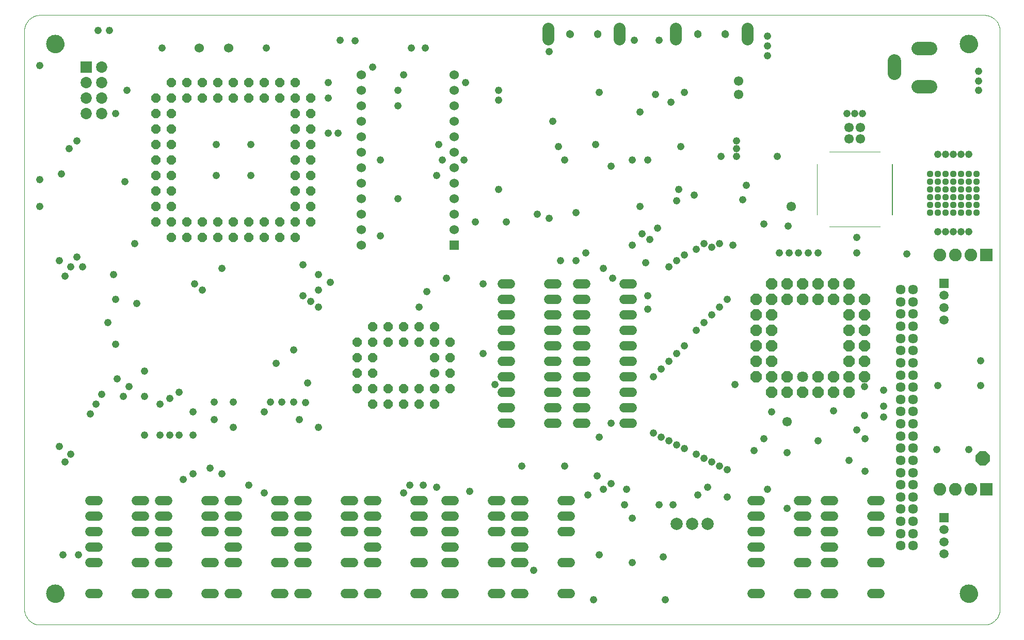
<source format=gbs>
G75*
%MOIN*%
%OFA0B0*%
%FSLAX24Y24*%
%IPPOS*%
%LPD*%
%AMOC8*
5,1,8,0,0,1.08239X$1,22.5*
%
%ADD10C,0.0000*%
%ADD11C,0.1182*%
%ADD12OC8,0.0600*%
%ADD13C,0.0600*%
%ADD14R,0.0600X0.0600*%
%ADD15C,0.0600*%
%ADD16C,0.0880*%
%ADD17R,0.0595X0.0595*%
%ADD18C,0.0595*%
%ADD19C,0.0789*%
%ADD20C,0.0710*%
%ADD21OC8,0.0710*%
%ADD22C,0.0780*%
%ADD23C,0.0513*%
%ADD24C,0.0395*%
%ADD25R,0.0820X0.0820*%
%ADD26C,0.0820*%
%ADD27C,0.0634*%
%ADD28OC8,0.0930*%
%ADD29C,0.0080*%
%ADD30R,0.0730X0.0730*%
%ADD31C,0.0730*%
%ADD32C,0.0476*%
%ADD33C,0.0437*%
%ADD34C,0.0611*%
D10*
X000350Y001350D02*
X000350Y038720D01*
X000352Y038780D01*
X000357Y038841D01*
X000366Y038900D01*
X000379Y038959D01*
X000395Y039018D01*
X000415Y039075D01*
X000438Y039130D01*
X000465Y039185D01*
X000494Y039237D01*
X000527Y039288D01*
X000563Y039337D01*
X000601Y039383D01*
X000643Y039427D01*
X000687Y039469D01*
X000733Y039507D01*
X000782Y039543D01*
X000833Y039576D01*
X000885Y039605D01*
X000940Y039632D01*
X000995Y039655D01*
X001052Y039675D01*
X001111Y039691D01*
X001170Y039704D01*
X001229Y039713D01*
X001290Y039718D01*
X001350Y039720D01*
X062342Y039720D01*
X062402Y039718D01*
X062463Y039713D01*
X062522Y039704D01*
X062581Y039691D01*
X062640Y039675D01*
X062697Y039655D01*
X062752Y039632D01*
X062807Y039605D01*
X062859Y039576D01*
X062910Y039543D01*
X062959Y039507D01*
X063005Y039469D01*
X063049Y039427D01*
X063091Y039383D01*
X063129Y039337D01*
X063165Y039288D01*
X063198Y039237D01*
X063227Y039185D01*
X063254Y039130D01*
X063277Y039075D01*
X063297Y039018D01*
X063313Y038959D01*
X063326Y038900D01*
X063335Y038841D01*
X063340Y038780D01*
X063342Y038720D01*
X063342Y001350D01*
X063340Y001290D01*
X063335Y001229D01*
X063326Y001170D01*
X063313Y001111D01*
X063297Y001052D01*
X063277Y000995D01*
X063254Y000940D01*
X063227Y000885D01*
X063198Y000833D01*
X063165Y000782D01*
X063129Y000733D01*
X063091Y000687D01*
X063049Y000643D01*
X063005Y000601D01*
X062959Y000563D01*
X062910Y000527D01*
X062859Y000494D01*
X062807Y000465D01*
X062752Y000438D01*
X062697Y000415D01*
X062640Y000395D01*
X062581Y000379D01*
X062522Y000366D01*
X062463Y000357D01*
X062402Y000352D01*
X062342Y000350D01*
X001350Y000350D01*
X001290Y000352D01*
X001229Y000357D01*
X001170Y000366D01*
X001111Y000379D01*
X001052Y000395D01*
X000995Y000415D01*
X000940Y000438D01*
X000885Y000465D01*
X000833Y000494D01*
X000782Y000527D01*
X000733Y000563D01*
X000687Y000601D01*
X000643Y000643D01*
X000601Y000687D01*
X000563Y000733D01*
X000527Y000782D01*
X000494Y000833D01*
X000465Y000885D01*
X000438Y000940D01*
X000415Y000995D01*
X000395Y001052D01*
X000379Y001111D01*
X000366Y001170D01*
X000357Y001229D01*
X000352Y001290D01*
X000350Y001350D01*
X001799Y002350D02*
X001801Y002397D01*
X001807Y002443D01*
X001817Y002489D01*
X001830Y002534D01*
X001848Y002577D01*
X001869Y002619D01*
X001893Y002659D01*
X001921Y002696D01*
X001952Y002731D01*
X001986Y002764D01*
X002022Y002793D01*
X002061Y002819D01*
X002102Y002842D01*
X002145Y002861D01*
X002189Y002877D01*
X002234Y002889D01*
X002280Y002897D01*
X002327Y002901D01*
X002373Y002901D01*
X002420Y002897D01*
X002466Y002889D01*
X002511Y002877D01*
X002555Y002861D01*
X002598Y002842D01*
X002639Y002819D01*
X002678Y002793D01*
X002714Y002764D01*
X002748Y002731D01*
X002779Y002696D01*
X002807Y002659D01*
X002831Y002619D01*
X002852Y002577D01*
X002870Y002534D01*
X002883Y002489D01*
X002893Y002443D01*
X002899Y002397D01*
X002901Y002350D01*
X002899Y002303D01*
X002893Y002257D01*
X002883Y002211D01*
X002870Y002166D01*
X002852Y002123D01*
X002831Y002081D01*
X002807Y002041D01*
X002779Y002004D01*
X002748Y001969D01*
X002714Y001936D01*
X002678Y001907D01*
X002639Y001881D01*
X002598Y001858D01*
X002555Y001839D01*
X002511Y001823D01*
X002466Y001811D01*
X002420Y001803D01*
X002373Y001799D01*
X002327Y001799D01*
X002280Y001803D01*
X002234Y001811D01*
X002189Y001823D01*
X002145Y001839D01*
X002102Y001858D01*
X002061Y001881D01*
X002022Y001907D01*
X001986Y001936D01*
X001952Y001969D01*
X001921Y002004D01*
X001893Y002041D01*
X001869Y002081D01*
X001848Y002123D01*
X001830Y002166D01*
X001817Y002211D01*
X001807Y002257D01*
X001801Y002303D01*
X001799Y002350D01*
X001799Y037850D02*
X001801Y037897D01*
X001807Y037943D01*
X001817Y037989D01*
X001830Y038034D01*
X001848Y038077D01*
X001869Y038119D01*
X001893Y038159D01*
X001921Y038196D01*
X001952Y038231D01*
X001986Y038264D01*
X002022Y038293D01*
X002061Y038319D01*
X002102Y038342D01*
X002145Y038361D01*
X002189Y038377D01*
X002234Y038389D01*
X002280Y038397D01*
X002327Y038401D01*
X002373Y038401D01*
X002420Y038397D01*
X002466Y038389D01*
X002511Y038377D01*
X002555Y038361D01*
X002598Y038342D01*
X002639Y038319D01*
X002678Y038293D01*
X002714Y038264D01*
X002748Y038231D01*
X002779Y038196D01*
X002807Y038159D01*
X002831Y038119D01*
X002852Y038077D01*
X002870Y038034D01*
X002883Y037989D01*
X002893Y037943D01*
X002899Y037897D01*
X002901Y037850D01*
X002899Y037803D01*
X002893Y037757D01*
X002883Y037711D01*
X002870Y037666D01*
X002852Y037623D01*
X002831Y037581D01*
X002807Y037541D01*
X002779Y037504D01*
X002748Y037469D01*
X002714Y037436D01*
X002678Y037407D01*
X002639Y037381D01*
X002598Y037358D01*
X002555Y037339D01*
X002511Y037323D01*
X002466Y037311D01*
X002420Y037303D01*
X002373Y037299D01*
X002327Y037299D01*
X002280Y037303D01*
X002234Y037311D01*
X002189Y037323D01*
X002145Y037339D01*
X002102Y037358D01*
X002061Y037381D01*
X002022Y037407D01*
X001986Y037436D01*
X001952Y037469D01*
X001921Y037504D01*
X001893Y037541D01*
X001869Y037581D01*
X001848Y037623D01*
X001830Y037666D01*
X001817Y037711D01*
X001807Y037757D01*
X001801Y037803D01*
X001799Y037850D01*
X034015Y038209D02*
X034017Y038234D01*
X034023Y038258D01*
X034032Y038280D01*
X034045Y038301D01*
X034061Y038320D01*
X034080Y038336D01*
X034101Y038349D01*
X034123Y038358D01*
X034147Y038364D01*
X034172Y038366D01*
X034197Y038364D01*
X034221Y038358D01*
X034243Y038349D01*
X034264Y038336D01*
X034283Y038320D01*
X034299Y038301D01*
X034312Y038280D01*
X034321Y038258D01*
X034327Y038234D01*
X034329Y038209D01*
X034327Y038184D01*
X034321Y038160D01*
X034312Y038138D01*
X034299Y038117D01*
X034283Y038098D01*
X034264Y038082D01*
X034243Y038069D01*
X034221Y038060D01*
X034197Y038054D01*
X034172Y038052D01*
X034147Y038054D01*
X034123Y038060D01*
X034101Y038069D01*
X034080Y038082D01*
X034061Y038098D01*
X034045Y038117D01*
X034032Y038138D01*
X034023Y038160D01*
X034017Y038184D01*
X034015Y038209D01*
X034015Y038367D02*
X034017Y038392D01*
X034023Y038416D01*
X034032Y038438D01*
X034045Y038459D01*
X034061Y038478D01*
X034080Y038494D01*
X034101Y038507D01*
X034123Y038516D01*
X034147Y038522D01*
X034172Y038524D01*
X034197Y038522D01*
X034221Y038516D01*
X034243Y038507D01*
X034264Y038494D01*
X034283Y038478D01*
X034299Y038459D01*
X034312Y038438D01*
X034321Y038416D01*
X034327Y038392D01*
X034329Y038367D01*
X034327Y038342D01*
X034321Y038318D01*
X034312Y038296D01*
X034299Y038275D01*
X034283Y038256D01*
X034264Y038240D01*
X034243Y038227D01*
X034221Y038218D01*
X034197Y038212D01*
X034172Y038210D01*
X034147Y038212D01*
X034123Y038218D01*
X034101Y038227D01*
X034080Y038240D01*
X034061Y038256D01*
X034045Y038275D01*
X034032Y038296D01*
X034023Y038318D01*
X034017Y038342D01*
X034015Y038367D01*
X034015Y038682D02*
X034017Y038707D01*
X034023Y038731D01*
X034032Y038753D01*
X034045Y038774D01*
X034061Y038793D01*
X034080Y038809D01*
X034101Y038822D01*
X034123Y038831D01*
X034147Y038837D01*
X034172Y038839D01*
X034197Y038837D01*
X034221Y038831D01*
X034243Y038822D01*
X034264Y038809D01*
X034283Y038793D01*
X034299Y038774D01*
X034312Y038753D01*
X034321Y038731D01*
X034327Y038707D01*
X034329Y038682D01*
X034327Y038657D01*
X034321Y038633D01*
X034312Y038611D01*
X034299Y038590D01*
X034283Y038571D01*
X034264Y038555D01*
X034243Y038542D01*
X034221Y038533D01*
X034197Y038527D01*
X034172Y038525D01*
X034147Y038527D01*
X034123Y038533D01*
X034101Y038542D01*
X034080Y038555D01*
X034061Y038571D01*
X034045Y038590D01*
X034032Y038611D01*
X034023Y038633D01*
X034017Y038657D01*
X034015Y038682D01*
X034015Y038839D02*
X034017Y038864D01*
X034023Y038888D01*
X034032Y038910D01*
X034045Y038931D01*
X034061Y038950D01*
X034080Y038966D01*
X034101Y038979D01*
X034123Y038988D01*
X034147Y038994D01*
X034172Y038996D01*
X034197Y038994D01*
X034221Y038988D01*
X034243Y038979D01*
X034264Y038966D01*
X034283Y038950D01*
X034299Y038931D01*
X034312Y038910D01*
X034321Y038888D01*
X034327Y038864D01*
X034329Y038839D01*
X034327Y038814D01*
X034321Y038790D01*
X034312Y038768D01*
X034299Y038747D01*
X034283Y038728D01*
X034264Y038712D01*
X034243Y038699D01*
X034221Y038690D01*
X034197Y038684D01*
X034172Y038682D01*
X034147Y038684D01*
X034123Y038690D01*
X034101Y038699D01*
X034080Y038712D01*
X034061Y038728D01*
X034045Y038747D01*
X034032Y038768D01*
X034023Y038790D01*
X034017Y038814D01*
X034015Y038839D01*
X035372Y038497D02*
X035374Y038526D01*
X035380Y038554D01*
X035389Y038582D01*
X035402Y038608D01*
X035419Y038631D01*
X035438Y038653D01*
X035460Y038672D01*
X035485Y038687D01*
X035511Y038700D01*
X035539Y038708D01*
X035567Y038713D01*
X035596Y038714D01*
X035625Y038711D01*
X035653Y038704D01*
X035680Y038694D01*
X035706Y038680D01*
X035729Y038663D01*
X035750Y038643D01*
X035768Y038620D01*
X035783Y038595D01*
X035794Y038568D01*
X035802Y038540D01*
X035806Y038511D01*
X035806Y038483D01*
X035802Y038454D01*
X035794Y038426D01*
X035783Y038399D01*
X035768Y038374D01*
X035750Y038351D01*
X035729Y038331D01*
X035706Y038314D01*
X035680Y038300D01*
X035653Y038290D01*
X035625Y038283D01*
X035596Y038280D01*
X035567Y038281D01*
X035539Y038286D01*
X035511Y038294D01*
X035485Y038307D01*
X035460Y038322D01*
X035438Y038341D01*
X035419Y038363D01*
X035402Y038386D01*
X035389Y038412D01*
X035380Y038440D01*
X035374Y038468D01*
X035372Y038497D01*
X037144Y038497D02*
X037146Y038526D01*
X037152Y038554D01*
X037161Y038582D01*
X037174Y038608D01*
X037191Y038631D01*
X037210Y038653D01*
X037232Y038672D01*
X037257Y038687D01*
X037283Y038700D01*
X037311Y038708D01*
X037339Y038713D01*
X037368Y038714D01*
X037397Y038711D01*
X037425Y038704D01*
X037452Y038694D01*
X037478Y038680D01*
X037501Y038663D01*
X037522Y038643D01*
X037540Y038620D01*
X037555Y038595D01*
X037566Y038568D01*
X037574Y038540D01*
X037578Y038511D01*
X037578Y038483D01*
X037574Y038454D01*
X037566Y038426D01*
X037555Y038399D01*
X037540Y038374D01*
X037522Y038351D01*
X037501Y038331D01*
X037478Y038314D01*
X037452Y038300D01*
X037425Y038290D01*
X037397Y038283D01*
X037368Y038280D01*
X037339Y038281D01*
X037311Y038286D01*
X037283Y038294D01*
X037257Y038307D01*
X037232Y038322D01*
X037210Y038341D01*
X037191Y038363D01*
X037174Y038386D01*
X037161Y038412D01*
X037152Y038440D01*
X037146Y038468D01*
X037144Y038497D01*
X038621Y038367D02*
X038623Y038392D01*
X038629Y038416D01*
X038638Y038438D01*
X038651Y038459D01*
X038667Y038478D01*
X038686Y038494D01*
X038707Y038507D01*
X038729Y038516D01*
X038753Y038522D01*
X038778Y038524D01*
X038803Y038522D01*
X038827Y038516D01*
X038849Y038507D01*
X038870Y038494D01*
X038889Y038478D01*
X038905Y038459D01*
X038918Y038438D01*
X038927Y038416D01*
X038933Y038392D01*
X038935Y038367D01*
X038933Y038342D01*
X038927Y038318D01*
X038918Y038296D01*
X038905Y038275D01*
X038889Y038256D01*
X038870Y038240D01*
X038849Y038227D01*
X038827Y038218D01*
X038803Y038212D01*
X038778Y038210D01*
X038753Y038212D01*
X038729Y038218D01*
X038707Y038227D01*
X038686Y038240D01*
X038667Y038256D01*
X038651Y038275D01*
X038638Y038296D01*
X038629Y038318D01*
X038623Y038342D01*
X038621Y038367D01*
X038621Y038209D02*
X038623Y038234D01*
X038629Y038258D01*
X038638Y038280D01*
X038651Y038301D01*
X038667Y038320D01*
X038686Y038336D01*
X038707Y038349D01*
X038729Y038358D01*
X038753Y038364D01*
X038778Y038366D01*
X038803Y038364D01*
X038827Y038358D01*
X038849Y038349D01*
X038870Y038336D01*
X038889Y038320D01*
X038905Y038301D01*
X038918Y038280D01*
X038927Y038258D01*
X038933Y038234D01*
X038935Y038209D01*
X038933Y038184D01*
X038927Y038160D01*
X038918Y038138D01*
X038905Y038117D01*
X038889Y038098D01*
X038870Y038082D01*
X038849Y038069D01*
X038827Y038060D01*
X038803Y038054D01*
X038778Y038052D01*
X038753Y038054D01*
X038729Y038060D01*
X038707Y038069D01*
X038686Y038082D01*
X038667Y038098D01*
X038651Y038117D01*
X038638Y038138D01*
X038629Y038160D01*
X038623Y038184D01*
X038621Y038209D01*
X038621Y038682D02*
X038623Y038707D01*
X038629Y038731D01*
X038638Y038753D01*
X038651Y038774D01*
X038667Y038793D01*
X038686Y038809D01*
X038707Y038822D01*
X038729Y038831D01*
X038753Y038837D01*
X038778Y038839D01*
X038803Y038837D01*
X038827Y038831D01*
X038849Y038822D01*
X038870Y038809D01*
X038889Y038793D01*
X038905Y038774D01*
X038918Y038753D01*
X038927Y038731D01*
X038933Y038707D01*
X038935Y038682D01*
X038933Y038657D01*
X038927Y038633D01*
X038918Y038611D01*
X038905Y038590D01*
X038889Y038571D01*
X038870Y038555D01*
X038849Y038542D01*
X038827Y038533D01*
X038803Y038527D01*
X038778Y038525D01*
X038753Y038527D01*
X038729Y038533D01*
X038707Y038542D01*
X038686Y038555D01*
X038667Y038571D01*
X038651Y038590D01*
X038638Y038611D01*
X038629Y038633D01*
X038623Y038657D01*
X038621Y038682D01*
X038621Y038839D02*
X038623Y038864D01*
X038629Y038888D01*
X038638Y038910D01*
X038651Y038931D01*
X038667Y038950D01*
X038686Y038966D01*
X038707Y038979D01*
X038729Y038988D01*
X038753Y038994D01*
X038778Y038996D01*
X038803Y038994D01*
X038827Y038988D01*
X038849Y038979D01*
X038870Y038966D01*
X038889Y038950D01*
X038905Y038931D01*
X038918Y038910D01*
X038927Y038888D01*
X038933Y038864D01*
X038935Y038839D01*
X038933Y038814D01*
X038927Y038790D01*
X038918Y038768D01*
X038905Y038747D01*
X038889Y038728D01*
X038870Y038712D01*
X038849Y038699D01*
X038827Y038690D01*
X038803Y038684D01*
X038778Y038682D01*
X038753Y038684D01*
X038729Y038690D01*
X038707Y038699D01*
X038686Y038712D01*
X038667Y038728D01*
X038651Y038747D01*
X038638Y038768D01*
X038629Y038790D01*
X038623Y038814D01*
X038621Y038839D01*
X042265Y038839D02*
X042267Y038864D01*
X042273Y038888D01*
X042282Y038910D01*
X042295Y038931D01*
X042311Y038950D01*
X042330Y038966D01*
X042351Y038979D01*
X042373Y038988D01*
X042397Y038994D01*
X042422Y038996D01*
X042447Y038994D01*
X042471Y038988D01*
X042493Y038979D01*
X042514Y038966D01*
X042533Y038950D01*
X042549Y038931D01*
X042562Y038910D01*
X042571Y038888D01*
X042577Y038864D01*
X042579Y038839D01*
X042577Y038814D01*
X042571Y038790D01*
X042562Y038768D01*
X042549Y038747D01*
X042533Y038728D01*
X042514Y038712D01*
X042493Y038699D01*
X042471Y038690D01*
X042447Y038684D01*
X042422Y038682D01*
X042397Y038684D01*
X042373Y038690D01*
X042351Y038699D01*
X042330Y038712D01*
X042311Y038728D01*
X042295Y038747D01*
X042282Y038768D01*
X042273Y038790D01*
X042267Y038814D01*
X042265Y038839D01*
X042265Y038682D02*
X042267Y038707D01*
X042273Y038731D01*
X042282Y038753D01*
X042295Y038774D01*
X042311Y038793D01*
X042330Y038809D01*
X042351Y038822D01*
X042373Y038831D01*
X042397Y038837D01*
X042422Y038839D01*
X042447Y038837D01*
X042471Y038831D01*
X042493Y038822D01*
X042514Y038809D01*
X042533Y038793D01*
X042549Y038774D01*
X042562Y038753D01*
X042571Y038731D01*
X042577Y038707D01*
X042579Y038682D01*
X042577Y038657D01*
X042571Y038633D01*
X042562Y038611D01*
X042549Y038590D01*
X042533Y038571D01*
X042514Y038555D01*
X042493Y038542D01*
X042471Y038533D01*
X042447Y038527D01*
X042422Y038525D01*
X042397Y038527D01*
X042373Y038533D01*
X042351Y038542D01*
X042330Y038555D01*
X042311Y038571D01*
X042295Y038590D01*
X042282Y038611D01*
X042273Y038633D01*
X042267Y038657D01*
X042265Y038682D01*
X042265Y038367D02*
X042267Y038392D01*
X042273Y038416D01*
X042282Y038438D01*
X042295Y038459D01*
X042311Y038478D01*
X042330Y038494D01*
X042351Y038507D01*
X042373Y038516D01*
X042397Y038522D01*
X042422Y038524D01*
X042447Y038522D01*
X042471Y038516D01*
X042493Y038507D01*
X042514Y038494D01*
X042533Y038478D01*
X042549Y038459D01*
X042562Y038438D01*
X042571Y038416D01*
X042577Y038392D01*
X042579Y038367D01*
X042577Y038342D01*
X042571Y038318D01*
X042562Y038296D01*
X042549Y038275D01*
X042533Y038256D01*
X042514Y038240D01*
X042493Y038227D01*
X042471Y038218D01*
X042447Y038212D01*
X042422Y038210D01*
X042397Y038212D01*
X042373Y038218D01*
X042351Y038227D01*
X042330Y038240D01*
X042311Y038256D01*
X042295Y038275D01*
X042282Y038296D01*
X042273Y038318D01*
X042267Y038342D01*
X042265Y038367D01*
X042265Y038209D02*
X042267Y038234D01*
X042273Y038258D01*
X042282Y038280D01*
X042295Y038301D01*
X042311Y038320D01*
X042330Y038336D01*
X042351Y038349D01*
X042373Y038358D01*
X042397Y038364D01*
X042422Y038366D01*
X042447Y038364D01*
X042471Y038358D01*
X042493Y038349D01*
X042514Y038336D01*
X042533Y038320D01*
X042549Y038301D01*
X042562Y038280D01*
X042571Y038258D01*
X042577Y038234D01*
X042579Y038209D01*
X042577Y038184D01*
X042571Y038160D01*
X042562Y038138D01*
X042549Y038117D01*
X042533Y038098D01*
X042514Y038082D01*
X042493Y038069D01*
X042471Y038060D01*
X042447Y038054D01*
X042422Y038052D01*
X042397Y038054D01*
X042373Y038060D01*
X042351Y038069D01*
X042330Y038082D01*
X042311Y038098D01*
X042295Y038117D01*
X042282Y038138D01*
X042273Y038160D01*
X042267Y038184D01*
X042265Y038209D01*
X043622Y038497D02*
X043624Y038526D01*
X043630Y038554D01*
X043639Y038582D01*
X043652Y038608D01*
X043669Y038631D01*
X043688Y038653D01*
X043710Y038672D01*
X043735Y038687D01*
X043761Y038700D01*
X043789Y038708D01*
X043817Y038713D01*
X043846Y038714D01*
X043875Y038711D01*
X043903Y038704D01*
X043930Y038694D01*
X043956Y038680D01*
X043979Y038663D01*
X044000Y038643D01*
X044018Y038620D01*
X044033Y038595D01*
X044044Y038568D01*
X044052Y038540D01*
X044056Y038511D01*
X044056Y038483D01*
X044052Y038454D01*
X044044Y038426D01*
X044033Y038399D01*
X044018Y038374D01*
X044000Y038351D01*
X043979Y038331D01*
X043956Y038314D01*
X043930Y038300D01*
X043903Y038290D01*
X043875Y038283D01*
X043846Y038280D01*
X043817Y038281D01*
X043789Y038286D01*
X043761Y038294D01*
X043735Y038307D01*
X043710Y038322D01*
X043688Y038341D01*
X043669Y038363D01*
X043652Y038386D01*
X043639Y038412D01*
X043630Y038440D01*
X043624Y038468D01*
X043622Y038497D01*
X045394Y038497D02*
X045396Y038526D01*
X045402Y038554D01*
X045411Y038582D01*
X045424Y038608D01*
X045441Y038631D01*
X045460Y038653D01*
X045482Y038672D01*
X045507Y038687D01*
X045533Y038700D01*
X045561Y038708D01*
X045589Y038713D01*
X045618Y038714D01*
X045647Y038711D01*
X045675Y038704D01*
X045702Y038694D01*
X045728Y038680D01*
X045751Y038663D01*
X045772Y038643D01*
X045790Y038620D01*
X045805Y038595D01*
X045816Y038568D01*
X045824Y038540D01*
X045828Y038511D01*
X045828Y038483D01*
X045824Y038454D01*
X045816Y038426D01*
X045805Y038399D01*
X045790Y038374D01*
X045772Y038351D01*
X045751Y038331D01*
X045728Y038314D01*
X045702Y038300D01*
X045675Y038290D01*
X045647Y038283D01*
X045618Y038280D01*
X045589Y038281D01*
X045561Y038286D01*
X045533Y038294D01*
X045507Y038307D01*
X045482Y038322D01*
X045460Y038341D01*
X045441Y038363D01*
X045424Y038386D01*
X045411Y038412D01*
X045402Y038440D01*
X045396Y038468D01*
X045394Y038497D01*
X046871Y038367D02*
X046873Y038392D01*
X046879Y038416D01*
X046888Y038438D01*
X046901Y038459D01*
X046917Y038478D01*
X046936Y038494D01*
X046957Y038507D01*
X046979Y038516D01*
X047003Y038522D01*
X047028Y038524D01*
X047053Y038522D01*
X047077Y038516D01*
X047099Y038507D01*
X047120Y038494D01*
X047139Y038478D01*
X047155Y038459D01*
X047168Y038438D01*
X047177Y038416D01*
X047183Y038392D01*
X047185Y038367D01*
X047183Y038342D01*
X047177Y038318D01*
X047168Y038296D01*
X047155Y038275D01*
X047139Y038256D01*
X047120Y038240D01*
X047099Y038227D01*
X047077Y038218D01*
X047053Y038212D01*
X047028Y038210D01*
X047003Y038212D01*
X046979Y038218D01*
X046957Y038227D01*
X046936Y038240D01*
X046917Y038256D01*
X046901Y038275D01*
X046888Y038296D01*
X046879Y038318D01*
X046873Y038342D01*
X046871Y038367D01*
X046871Y038209D02*
X046873Y038234D01*
X046879Y038258D01*
X046888Y038280D01*
X046901Y038301D01*
X046917Y038320D01*
X046936Y038336D01*
X046957Y038349D01*
X046979Y038358D01*
X047003Y038364D01*
X047028Y038366D01*
X047053Y038364D01*
X047077Y038358D01*
X047099Y038349D01*
X047120Y038336D01*
X047139Y038320D01*
X047155Y038301D01*
X047168Y038280D01*
X047177Y038258D01*
X047183Y038234D01*
X047185Y038209D01*
X047183Y038184D01*
X047177Y038160D01*
X047168Y038138D01*
X047155Y038117D01*
X047139Y038098D01*
X047120Y038082D01*
X047099Y038069D01*
X047077Y038060D01*
X047053Y038054D01*
X047028Y038052D01*
X047003Y038054D01*
X046979Y038060D01*
X046957Y038069D01*
X046936Y038082D01*
X046917Y038098D01*
X046901Y038117D01*
X046888Y038138D01*
X046879Y038160D01*
X046873Y038184D01*
X046871Y038209D01*
X046871Y038682D02*
X046873Y038707D01*
X046879Y038731D01*
X046888Y038753D01*
X046901Y038774D01*
X046917Y038793D01*
X046936Y038809D01*
X046957Y038822D01*
X046979Y038831D01*
X047003Y038837D01*
X047028Y038839D01*
X047053Y038837D01*
X047077Y038831D01*
X047099Y038822D01*
X047120Y038809D01*
X047139Y038793D01*
X047155Y038774D01*
X047168Y038753D01*
X047177Y038731D01*
X047183Y038707D01*
X047185Y038682D01*
X047183Y038657D01*
X047177Y038633D01*
X047168Y038611D01*
X047155Y038590D01*
X047139Y038571D01*
X047120Y038555D01*
X047099Y038542D01*
X047077Y038533D01*
X047053Y038527D01*
X047028Y038525D01*
X047003Y038527D01*
X046979Y038533D01*
X046957Y038542D01*
X046936Y038555D01*
X046917Y038571D01*
X046901Y038590D01*
X046888Y038611D01*
X046879Y038633D01*
X046873Y038657D01*
X046871Y038682D01*
X046871Y038839D02*
X046873Y038864D01*
X046879Y038888D01*
X046888Y038910D01*
X046901Y038931D01*
X046917Y038950D01*
X046936Y038966D01*
X046957Y038979D01*
X046979Y038988D01*
X047003Y038994D01*
X047028Y038996D01*
X047053Y038994D01*
X047077Y038988D01*
X047099Y038979D01*
X047120Y038966D01*
X047139Y038950D01*
X047155Y038931D01*
X047168Y038910D01*
X047177Y038888D01*
X047183Y038864D01*
X047185Y038839D01*
X047183Y038814D01*
X047177Y038790D01*
X047168Y038768D01*
X047155Y038747D01*
X047139Y038728D01*
X047120Y038712D01*
X047099Y038699D01*
X047077Y038690D01*
X047053Y038684D01*
X047028Y038682D01*
X047003Y038684D01*
X046979Y038690D01*
X046957Y038699D01*
X046936Y038712D01*
X046917Y038728D01*
X046901Y038747D01*
X046888Y038768D01*
X046879Y038790D01*
X046873Y038814D01*
X046871Y038839D01*
X052341Y030896D02*
X055609Y030896D01*
X051554Y030109D02*
X051554Y026841D01*
X052341Y026054D02*
X055609Y026054D01*
X060799Y037850D02*
X060801Y037897D01*
X060807Y037943D01*
X060817Y037989D01*
X060830Y038034D01*
X060848Y038077D01*
X060869Y038119D01*
X060893Y038159D01*
X060921Y038196D01*
X060952Y038231D01*
X060986Y038264D01*
X061022Y038293D01*
X061061Y038319D01*
X061102Y038342D01*
X061145Y038361D01*
X061189Y038377D01*
X061234Y038389D01*
X061280Y038397D01*
X061327Y038401D01*
X061373Y038401D01*
X061420Y038397D01*
X061466Y038389D01*
X061511Y038377D01*
X061555Y038361D01*
X061598Y038342D01*
X061639Y038319D01*
X061678Y038293D01*
X061714Y038264D01*
X061748Y038231D01*
X061779Y038196D01*
X061807Y038159D01*
X061831Y038119D01*
X061852Y038077D01*
X061870Y038034D01*
X061883Y037989D01*
X061893Y037943D01*
X061899Y037897D01*
X061901Y037850D01*
X061899Y037803D01*
X061893Y037757D01*
X061883Y037711D01*
X061870Y037666D01*
X061852Y037623D01*
X061831Y037581D01*
X061807Y037541D01*
X061779Y037504D01*
X061748Y037469D01*
X061714Y037436D01*
X061678Y037407D01*
X061639Y037381D01*
X061598Y037358D01*
X061555Y037339D01*
X061511Y037323D01*
X061466Y037311D01*
X061420Y037303D01*
X061373Y037299D01*
X061327Y037299D01*
X061280Y037303D01*
X061234Y037311D01*
X061189Y037323D01*
X061145Y037339D01*
X061102Y037358D01*
X061061Y037381D01*
X061022Y037407D01*
X060986Y037436D01*
X060952Y037469D01*
X060921Y037504D01*
X060893Y037541D01*
X060869Y037581D01*
X060848Y037623D01*
X060830Y037666D01*
X060817Y037711D01*
X060807Y037757D01*
X060801Y037803D01*
X060799Y037850D01*
X060799Y002350D02*
X060801Y002397D01*
X060807Y002443D01*
X060817Y002489D01*
X060830Y002534D01*
X060848Y002577D01*
X060869Y002619D01*
X060893Y002659D01*
X060921Y002696D01*
X060952Y002731D01*
X060986Y002764D01*
X061022Y002793D01*
X061061Y002819D01*
X061102Y002842D01*
X061145Y002861D01*
X061189Y002877D01*
X061234Y002889D01*
X061280Y002897D01*
X061327Y002901D01*
X061373Y002901D01*
X061420Y002897D01*
X061466Y002889D01*
X061511Y002877D01*
X061555Y002861D01*
X061598Y002842D01*
X061639Y002819D01*
X061678Y002793D01*
X061714Y002764D01*
X061748Y002731D01*
X061779Y002696D01*
X061807Y002659D01*
X061831Y002619D01*
X061852Y002577D01*
X061870Y002534D01*
X061883Y002489D01*
X061893Y002443D01*
X061899Y002397D01*
X061901Y002350D01*
X061899Y002303D01*
X061893Y002257D01*
X061883Y002211D01*
X061870Y002166D01*
X061852Y002123D01*
X061831Y002081D01*
X061807Y002041D01*
X061779Y002004D01*
X061748Y001969D01*
X061714Y001936D01*
X061678Y001907D01*
X061639Y001881D01*
X061598Y001858D01*
X061555Y001839D01*
X061511Y001823D01*
X061466Y001811D01*
X061420Y001803D01*
X061373Y001799D01*
X061327Y001799D01*
X061280Y001803D01*
X061234Y001811D01*
X061189Y001823D01*
X061145Y001839D01*
X061102Y001858D01*
X061061Y001881D01*
X061022Y001907D01*
X060986Y001936D01*
X060952Y001969D01*
X060921Y002004D01*
X060893Y002041D01*
X060869Y002081D01*
X060848Y002123D01*
X060830Y002166D01*
X060817Y002211D01*
X060807Y002257D01*
X060801Y002303D01*
X060799Y002350D01*
D11*
X061350Y002350D03*
X061350Y037850D03*
X002350Y037850D03*
X002350Y002350D03*
D12*
X021850Y015600D03*
X022850Y015600D03*
X022850Y014600D03*
X023850Y014600D03*
X023850Y015600D03*
X024850Y015600D03*
X025850Y015600D03*
X025850Y014600D03*
X024850Y014600D03*
X026850Y014600D03*
X026850Y015600D03*
X027850Y015600D03*
X027850Y016600D03*
X027850Y017600D03*
X026850Y017600D03*
X026850Y018600D03*
X027850Y018600D03*
X026850Y019600D03*
X025850Y019600D03*
X024850Y019600D03*
X024850Y018600D03*
X025850Y018600D03*
X023850Y018600D03*
X023850Y019600D03*
X022850Y019600D03*
X022850Y018600D03*
X021850Y018600D03*
X021850Y017600D03*
X022850Y017600D03*
X022850Y016600D03*
X021850Y016600D03*
X017850Y025350D03*
X017850Y026350D03*
X018850Y026350D03*
X018850Y027350D03*
X017850Y027350D03*
X016850Y026350D03*
X016850Y025350D03*
X015850Y025350D03*
X014850Y025350D03*
X014850Y026350D03*
X015850Y026350D03*
X013850Y026350D03*
X012850Y026350D03*
X012850Y025350D03*
X013850Y025350D03*
X011850Y025350D03*
X010850Y025350D03*
X010850Y026350D03*
X011850Y026350D03*
X009850Y026350D03*
X009850Y025350D03*
X008850Y026350D03*
X008850Y027350D03*
X009850Y027350D03*
X009850Y028350D03*
X009850Y029350D03*
X009850Y030350D03*
X009850Y031350D03*
X009850Y032350D03*
X008850Y032350D03*
X008850Y031350D03*
X008850Y030350D03*
X008850Y029350D03*
X008850Y028350D03*
X008850Y033350D03*
X008850Y034350D03*
X009850Y034350D03*
X009850Y033350D03*
X010850Y034350D03*
X011850Y034350D03*
X011850Y035350D03*
X010850Y035350D03*
X009850Y035350D03*
X012850Y035350D03*
X013850Y035350D03*
X013850Y034350D03*
X012850Y034350D03*
X014850Y034350D03*
X015850Y034350D03*
X015850Y035350D03*
X014850Y035350D03*
X016850Y035350D03*
X016850Y034350D03*
X017850Y034350D03*
X018850Y034350D03*
X018850Y033350D03*
X017850Y033350D03*
X017850Y032350D03*
X018850Y032350D03*
X018850Y031350D03*
X017850Y031350D03*
X017850Y030350D03*
X018850Y030350D03*
X018850Y029350D03*
X017850Y029350D03*
X017850Y028350D03*
X018850Y028350D03*
X017850Y035350D03*
D13*
X031215Y022350D02*
X031735Y022350D01*
X031735Y021350D02*
X031215Y021350D01*
X031215Y020350D02*
X031735Y020350D01*
X031735Y019350D02*
X031215Y019350D01*
X031215Y018350D02*
X031735Y018350D01*
X031735Y017350D02*
X031215Y017350D01*
X031215Y016350D02*
X031735Y016350D01*
X031735Y015350D02*
X031215Y015350D01*
X031215Y014350D02*
X031735Y014350D01*
X031735Y013350D02*
X031215Y013350D01*
X034215Y013350D02*
X034735Y013350D01*
X034735Y014350D02*
X034215Y014350D01*
X034215Y015350D02*
X034735Y015350D01*
X034735Y016350D02*
X034215Y016350D01*
X034215Y017350D02*
X034735Y017350D01*
X034735Y018350D02*
X034215Y018350D01*
X034215Y019350D02*
X034735Y019350D01*
X034735Y020350D02*
X034215Y020350D01*
X034215Y021350D02*
X034735Y021350D01*
X036090Y021350D02*
X036610Y021350D01*
X036610Y020350D02*
X036090Y020350D01*
X036090Y019350D02*
X036610Y019350D01*
X036610Y018350D02*
X036090Y018350D01*
X036090Y017350D02*
X036610Y017350D01*
X036610Y016350D02*
X036090Y016350D01*
X036090Y015350D02*
X036610Y015350D01*
X036610Y014350D02*
X036090Y014350D01*
X036090Y013350D02*
X036610Y013350D01*
X039090Y013350D02*
X039610Y013350D01*
X039610Y014350D02*
X039090Y014350D01*
X039090Y015350D02*
X039610Y015350D01*
X039610Y016350D02*
X039090Y016350D01*
X039090Y017350D02*
X039610Y017350D01*
X039610Y018350D02*
X039090Y018350D01*
X039090Y019350D02*
X039610Y019350D01*
X039610Y020350D02*
X039090Y020350D01*
X039090Y021350D02*
X039610Y021350D01*
X039610Y022350D02*
X039090Y022350D01*
X036610Y022350D02*
X036090Y022350D01*
X034735Y022350D02*
X034215Y022350D01*
X035090Y008350D02*
X035610Y008350D01*
X035610Y007350D02*
X035090Y007350D01*
X035090Y006350D02*
X035610Y006350D01*
X035610Y004350D02*
X035090Y004350D01*
X035090Y002350D02*
X035610Y002350D01*
X032610Y002350D02*
X032090Y002350D01*
X031110Y002350D02*
X030590Y002350D01*
X030590Y004350D02*
X031110Y004350D01*
X032090Y004350D02*
X032610Y004350D01*
X032610Y005350D02*
X032090Y005350D01*
X032090Y006350D02*
X032610Y006350D01*
X032610Y007350D02*
X032090Y007350D01*
X031110Y007350D02*
X030590Y007350D01*
X030590Y008350D02*
X031110Y008350D01*
X032090Y008350D02*
X032610Y008350D01*
X031110Y006350D02*
X030590Y006350D01*
X028110Y006350D02*
X027590Y006350D01*
X027590Y005350D02*
X028110Y005350D01*
X028110Y004350D02*
X027590Y004350D01*
X026110Y004350D02*
X025590Y004350D01*
X025590Y002350D02*
X026110Y002350D01*
X027590Y002350D02*
X028110Y002350D01*
X026110Y006350D02*
X025590Y006350D01*
X025590Y007350D02*
X026110Y007350D01*
X026110Y008350D02*
X025590Y008350D01*
X027590Y008350D02*
X028110Y008350D01*
X028110Y007350D02*
X027590Y007350D01*
X023110Y007350D02*
X022590Y007350D01*
X021610Y007350D02*
X021090Y007350D01*
X021090Y008350D02*
X021610Y008350D01*
X022590Y008350D02*
X023110Y008350D01*
X023110Y006350D02*
X022590Y006350D01*
X021610Y006350D02*
X021090Y006350D01*
X022590Y005350D02*
X023110Y005350D01*
X023110Y004350D02*
X022590Y004350D01*
X021610Y004350D02*
X021090Y004350D01*
X021090Y002350D02*
X021610Y002350D01*
X022590Y002350D02*
X023110Y002350D01*
X018610Y002350D02*
X018090Y002350D01*
X017110Y002350D02*
X016590Y002350D01*
X016590Y004350D02*
X017110Y004350D01*
X018090Y004350D02*
X018610Y004350D01*
X018610Y005350D02*
X018090Y005350D01*
X018090Y006350D02*
X018610Y006350D01*
X018610Y007350D02*
X018090Y007350D01*
X017110Y007350D02*
X016590Y007350D01*
X016590Y008350D02*
X017110Y008350D01*
X018090Y008350D02*
X018610Y008350D01*
X017110Y006350D02*
X016590Y006350D01*
X014110Y006350D02*
X013590Y006350D01*
X012610Y006350D02*
X012090Y006350D01*
X012090Y007350D02*
X012610Y007350D01*
X013590Y007350D02*
X014110Y007350D01*
X014110Y008350D02*
X013590Y008350D01*
X012610Y008350D02*
X012090Y008350D01*
X009610Y008350D02*
X009090Y008350D01*
X008110Y008350D02*
X007590Y008350D01*
X007590Y007350D02*
X008110Y007350D01*
X009090Y007350D02*
X009610Y007350D01*
X009610Y006350D02*
X009090Y006350D01*
X008110Y006350D02*
X007590Y006350D01*
X009090Y005350D02*
X009610Y005350D01*
X009610Y004350D02*
X009090Y004350D01*
X008110Y004350D02*
X007590Y004350D01*
X005110Y004350D02*
X004590Y004350D01*
X004590Y005350D02*
X005110Y005350D01*
X005110Y006350D02*
X004590Y006350D01*
X004590Y007350D02*
X005110Y007350D01*
X005110Y008350D02*
X004590Y008350D01*
X012090Y004350D02*
X012610Y004350D01*
X013590Y004350D02*
X014110Y004350D01*
X014110Y005350D02*
X013590Y005350D01*
X013590Y002350D02*
X014110Y002350D01*
X012610Y002350D02*
X012090Y002350D01*
X009610Y002350D02*
X009090Y002350D01*
X008110Y002350D02*
X007590Y002350D01*
X005110Y002350D02*
X004590Y002350D01*
X047340Y002350D02*
X047860Y002350D01*
X047860Y004350D02*
X047340Y004350D01*
X047340Y005350D02*
X047860Y005350D01*
X047860Y006350D02*
X047340Y006350D01*
X047340Y007350D02*
X047860Y007350D01*
X047860Y008350D02*
X047340Y008350D01*
X050340Y008350D02*
X050860Y008350D01*
X050860Y007350D02*
X050340Y007350D01*
X052090Y007350D02*
X052610Y007350D01*
X052610Y008350D02*
X052090Y008350D01*
X052090Y006350D02*
X052610Y006350D01*
X052610Y005350D02*
X052090Y005350D01*
X052090Y004350D02*
X052610Y004350D01*
X050860Y004350D02*
X050340Y004350D01*
X050340Y002350D02*
X050860Y002350D01*
X052090Y002350D02*
X052610Y002350D01*
X055090Y002350D02*
X055610Y002350D01*
X055610Y004350D02*
X055090Y004350D01*
X055090Y006350D02*
X055610Y006350D01*
X055610Y007350D02*
X055090Y007350D01*
X055090Y008350D02*
X055610Y008350D01*
X050860Y006350D02*
X050340Y006350D01*
D14*
X028100Y024850D03*
D15*
X028100Y025850D03*
X028100Y026850D03*
X028100Y027850D03*
X028100Y028850D03*
X028100Y029850D03*
X028100Y030850D03*
X028100Y031850D03*
X028100Y032850D03*
X028100Y033850D03*
X028100Y034850D03*
X028100Y035850D03*
X022100Y035850D03*
X022100Y034850D03*
X022100Y033850D03*
X022100Y032850D03*
X022100Y031850D03*
X022100Y030850D03*
X022100Y029850D03*
X022100Y028850D03*
X022100Y027850D03*
X022100Y026850D03*
X022100Y025850D03*
X022100Y024850D03*
X026850Y016600D03*
X013550Y037600D03*
X011650Y037600D03*
D16*
X056525Y036750D02*
X056525Y035950D01*
X058075Y035100D02*
X058875Y035100D01*
X058875Y037550D02*
X058075Y037550D01*
D17*
X059725Y022406D03*
X059725Y007281D03*
D18*
X059725Y006494D03*
X059725Y005706D03*
X059725Y004919D03*
X059725Y020044D03*
X059725Y020831D03*
X059725Y021619D03*
D19*
X044459Y006850D03*
X043475Y006850D03*
X042491Y006850D03*
D20*
X050600Y016350D03*
D21*
X050600Y015350D03*
X049600Y015350D03*
X048600Y015350D03*
X048600Y016350D03*
X049600Y016350D03*
X048600Y017350D03*
X048600Y018350D03*
X048600Y019350D03*
X048600Y020350D03*
X048600Y021350D03*
X049600Y021350D03*
X050600Y021350D03*
X051600Y021350D03*
X052600Y021350D03*
X053600Y021350D03*
X054600Y021350D03*
X054600Y020350D03*
X053600Y020350D03*
X053600Y019350D03*
X054600Y019350D03*
X054600Y018350D03*
X053600Y018350D03*
X053600Y017350D03*
X054600Y017350D03*
X054600Y016350D03*
X053600Y016350D03*
X053600Y015350D03*
X052600Y015350D03*
X051600Y015350D03*
X051600Y016350D03*
X052600Y016350D03*
X047600Y016350D03*
X047600Y017350D03*
X047600Y018350D03*
X047600Y019350D03*
X047600Y020350D03*
X047600Y021350D03*
X048600Y022350D03*
X049600Y022350D03*
X050600Y022350D03*
X051600Y022350D03*
X052600Y022350D03*
X053600Y022350D03*
D22*
X047028Y038174D02*
X047028Y038874D01*
X042422Y038874D02*
X042422Y038174D01*
X038778Y038174D02*
X038778Y038874D01*
X034172Y038874D02*
X034172Y038174D01*
D23*
X035589Y038497D03*
X037361Y038497D03*
X043839Y038497D03*
X045611Y038497D03*
D24*
X047028Y038367D03*
X047028Y038209D03*
X047028Y038682D03*
X047028Y038839D03*
X042422Y038839D03*
X042422Y038682D03*
X042422Y038367D03*
X042422Y038209D03*
X038778Y038209D03*
X038778Y038367D03*
X038778Y038682D03*
X038778Y038839D03*
X034172Y038839D03*
X034172Y038682D03*
X034172Y038367D03*
X034172Y038209D03*
D25*
X062475Y024225D03*
X062475Y009100D03*
D26*
X061475Y009100D03*
X060475Y009100D03*
X059475Y009100D03*
X059475Y024225D03*
X060475Y024225D03*
X061475Y024225D03*
D27*
X057744Y021993D03*
X056956Y021993D03*
X056956Y021205D03*
X057744Y021205D03*
X057744Y020418D03*
X057744Y019631D03*
X056956Y019631D03*
X056956Y020418D03*
X056956Y018843D03*
X057744Y018843D03*
X057744Y018056D03*
X056956Y018056D03*
X056956Y017268D03*
X056956Y016481D03*
X057744Y016481D03*
X057744Y017268D03*
X057744Y015694D03*
X056956Y015694D03*
X056956Y014906D03*
X057744Y014906D03*
X057744Y014119D03*
X057744Y013331D03*
X056956Y013331D03*
X056956Y014119D03*
X056956Y012544D03*
X057744Y012544D03*
X057744Y011756D03*
X057744Y010969D03*
X056956Y010969D03*
X056956Y011756D03*
X056956Y010182D03*
X057744Y010182D03*
X057744Y009394D03*
X056956Y009394D03*
X056956Y008607D03*
X056956Y007819D03*
X057744Y007819D03*
X057744Y008607D03*
X057744Y007032D03*
X056956Y007032D03*
X056956Y006245D03*
X057744Y006245D03*
X057744Y005457D03*
X056956Y005457D03*
D28*
X062225Y011100D03*
D29*
X056396Y026841D02*
X056396Y030109D01*
D30*
X004350Y036350D03*
D31*
X004350Y035350D03*
X004350Y034350D03*
X004350Y033350D03*
X005350Y033350D03*
X005350Y034350D03*
X005350Y035350D03*
X005350Y036350D03*
D32*
X006975Y034850D03*
X006225Y033350D03*
X003725Y031600D03*
X003225Y031100D03*
X002725Y029475D03*
X001350Y029100D03*
X001350Y027350D03*
X002600Y023850D03*
X003350Y023475D03*
X002975Y022850D03*
X004100Y023475D03*
X003725Y024100D03*
X006100Y022975D03*
X006225Y021350D03*
X007600Y021100D03*
X005725Y019850D03*
X006225Y018475D03*
X008100Y016725D03*
X007100Y015725D03*
X006725Y015100D03*
X006350Y016225D03*
X005350Y015225D03*
X004975Y014600D03*
X004600Y013975D03*
X002600Y011850D03*
X003350Y011350D03*
X002975Y010850D03*
X008100Y012600D03*
X009100Y012600D03*
X009725Y012600D03*
X010350Y012600D03*
X011225Y012600D03*
X012600Y013600D03*
X013850Y013100D03*
X015850Y014100D03*
X016225Y014725D03*
X016975Y014725D03*
X017725Y014725D03*
X018496Y014704D03*
X018100Y013600D03*
X019350Y013100D03*
X018643Y015975D03*
X016600Y017225D03*
X017725Y018100D03*
X019350Y020850D03*
X018850Y021225D03*
X018350Y021600D03*
X019350Y021975D03*
X020100Y022475D03*
X019350Y022975D03*
X018350Y023600D03*
X013100Y023350D03*
X011850Y021975D03*
X011350Y022350D03*
X007475Y024975D03*
X006850Y028975D03*
X012725Y029350D03*
X012725Y031350D03*
X014975Y031350D03*
X014975Y029350D03*
X019975Y032100D03*
X020600Y032100D03*
X023350Y030350D03*
X024475Y027850D03*
X026975Y029350D03*
X027350Y030350D03*
X027100Y031350D03*
X028725Y030350D03*
X030975Y028475D03*
X033475Y026850D03*
X034225Y026600D03*
X035975Y026975D03*
X036600Y024350D03*
X035975Y023850D03*
X034975Y023850D03*
X037725Y023350D03*
X038350Y022725D03*
X040475Y023725D03*
X039600Y024850D03*
X040725Y025225D03*
X040225Y025600D03*
X041225Y025975D03*
X040100Y027350D03*
X042475Y027725D03*
X042600Y028475D03*
X043600Y028100D03*
X046725Y027788D03*
X046975Y028725D03*
X046350Y030600D03*
X046350Y031100D03*
X046350Y031600D03*
X045350Y030600D03*
X042725Y031225D03*
X040600Y030350D03*
X039600Y030350D03*
X038225Y029975D03*
X037225Y031350D03*
X035225Y030350D03*
X034850Y031225D03*
X034475Y032850D03*
X037475Y034725D03*
X040100Y033475D03*
X041100Y034600D03*
X042100Y034100D03*
X042975Y034725D03*
X041350Y038100D03*
X039725Y038100D03*
X034225Y037350D03*
X030975Y034850D03*
X030975Y034225D03*
X028850Y035350D03*
X026225Y037600D03*
X025350Y037600D03*
X024850Y035850D03*
X024475Y034850D03*
X024475Y033850D03*
X022850Y036350D03*
X021700Y038075D03*
X020725Y038100D03*
X019975Y035350D03*
X019975Y034350D03*
X015975Y037600D03*
X009225Y037600D03*
X005850Y038725D03*
X005100Y038725D03*
X001350Y036475D03*
X023350Y025475D03*
X027600Y022725D03*
X026350Y021850D03*
X025850Y020850D03*
X029975Y022350D03*
X029475Y026350D03*
X031475Y026350D03*
X040600Y021600D03*
X040600Y020725D03*
X042975Y018350D03*
X042475Y017850D03*
X041975Y017350D03*
X041475Y016850D03*
X040975Y016350D03*
X038225Y013350D03*
X037475Y012475D03*
X035225Y010600D03*
X037350Y009975D03*
X037725Y009100D03*
X038225Y009475D03*
X039225Y009100D03*
X039100Y008100D03*
X039600Y007225D03*
X041350Y008100D03*
X042225Y008100D03*
X043850Y008725D03*
X044475Y009225D03*
X045725Y008600D03*
X045725Y010350D03*
X045225Y010600D03*
X044725Y010850D03*
X044225Y011100D03*
X043725Y011350D03*
X042975Y011725D03*
X042475Y011975D03*
X041975Y012225D03*
X041475Y012475D03*
X040975Y012725D03*
X036725Y008725D03*
X032475Y010600D03*
X029100Y008975D03*
X026975Y009225D03*
X026100Y009350D03*
X025225Y009350D03*
X024850Y008850D03*
X033225Y003850D03*
X037100Y001975D03*
X039600Y004350D03*
X041600Y004725D03*
X041725Y001975D03*
X037475Y004850D03*
X047475Y011600D03*
X048100Y012350D03*
X049600Y011475D03*
X051600Y012225D03*
X053600Y010975D03*
X054631Y010256D03*
X054631Y012350D03*
X054100Y012944D03*
X054600Y013850D03*
X055850Y013756D03*
X055850Y014475D03*
X055850Y015506D03*
X054600Y015725D03*
X052600Y014163D03*
X048600Y014100D03*
X046225Y015850D03*
X043725Y019350D03*
X044225Y019850D03*
X044725Y020350D03*
X045225Y020850D03*
X045725Y021350D03*
X042475Y023850D03*
X041975Y023475D03*
X042975Y024225D03*
X043725Y024600D03*
X044225Y024975D03*
X044725Y024725D03*
X045225Y024975D03*
X046100Y024850D03*
X048100Y026225D03*
X049663Y026100D03*
X049725Y024350D03*
X049100Y024350D03*
X050350Y024350D03*
X050975Y024350D03*
X051600Y024350D03*
X054100Y024350D03*
X054100Y025350D03*
X057350Y024288D03*
X059350Y025725D03*
X059850Y025725D03*
X060350Y025725D03*
X060850Y025725D03*
X061350Y025725D03*
X061350Y030725D03*
X060850Y030725D03*
X060350Y030725D03*
X059850Y030725D03*
X059350Y030725D03*
X054475Y033350D03*
X053975Y033350D03*
X053475Y033350D03*
X048975Y030600D03*
X048350Y037100D03*
X048350Y037725D03*
X048350Y038350D03*
X061975Y036100D03*
X061975Y035475D03*
X061975Y034850D03*
X062100Y017413D03*
X062100Y015788D03*
X059350Y015788D03*
X059288Y011663D03*
X061350Y011663D03*
X049600Y007850D03*
X048350Y009100D03*
X030725Y015850D03*
X029975Y017850D03*
X015850Y008850D03*
X014850Y009350D03*
X013100Y010100D03*
X012350Y010475D03*
X011225Y010100D03*
X010600Y009725D03*
X011225Y014100D03*
X012600Y014725D03*
X013850Y014725D03*
X010350Y015350D03*
X009725Y014975D03*
X009100Y014600D03*
X008100Y015100D03*
X003850Y004850D03*
X002850Y004850D03*
D33*
X058850Y026975D03*
X058850Y027475D03*
X058850Y027975D03*
X058850Y028475D03*
X058850Y028975D03*
X058850Y029475D03*
X059350Y029475D03*
X059850Y029475D03*
X059850Y028975D03*
X059350Y028975D03*
X059350Y028475D03*
X059850Y028475D03*
X059850Y027975D03*
X059350Y027975D03*
X059350Y027475D03*
X059850Y027475D03*
X059850Y026975D03*
X059350Y026975D03*
X060350Y026975D03*
X060350Y027475D03*
X060350Y027975D03*
X060350Y028475D03*
X060350Y028975D03*
X060350Y029475D03*
X060850Y029475D03*
X060850Y028975D03*
X060850Y028475D03*
X060850Y027975D03*
X060850Y027475D03*
X060850Y026975D03*
X061350Y026975D03*
X061350Y027475D03*
X061350Y027975D03*
X061350Y028475D03*
X061350Y028975D03*
X061350Y029475D03*
X061850Y029475D03*
X061850Y028975D03*
X061850Y028475D03*
X061850Y027975D03*
X061850Y027475D03*
X061850Y026975D03*
D34*
X054350Y031725D03*
X053600Y031725D03*
X053600Y032475D03*
X054350Y032475D03*
X049881Y027350D03*
X046475Y034600D03*
X046475Y035475D03*
X049600Y013475D03*
M02*

</source>
